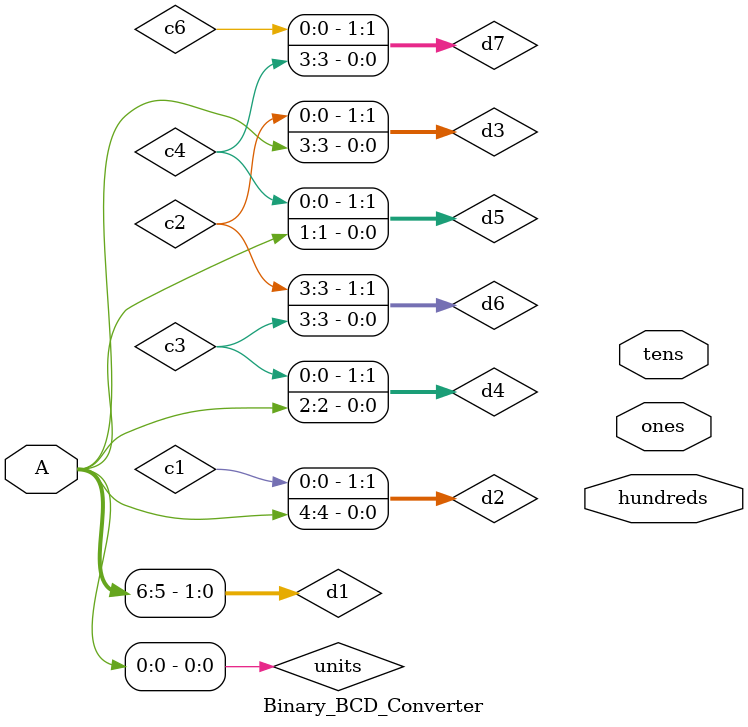
<source format=v>
`timescale 1ns / 1ps

module Binary_BCD_Converter(
    input [7:0] A,
    output [3:0] ones,
    output [3:0] tens,
    output [1:0] hundreds
    );
    
    wire [3:0] c1, c2, c3, c4, c5, c6, c7; // declaring the data lines coming out of each shift_add3_module
    wire [3:4] d1, d2, d3, d4, d5, d6, d7;
    
    // follow the block diagram
    // The inputs that are going into C1, C2...C7
    assign d1 = {1'b0, A[7:5]};
    assign d2 = {c1[2:0], A[4]};
    assign d3 = {c2[2:0], A[3]};
    assign d4 = {c3[2:0], A[2]};
    assign d5 = {c4[2:0], A[1]};    
    assign d6 = {1'b0,c1[3], c2[3], c3[3]};
    assign d7 = {c6[2:0], c4[3]};    
    
    // instantiate the shift_Add_Algorithm
    Shift_Add3_algorithm U0(d1,c1);
    Shift_Add3_algorithm U2(d2,c2);
    Shift_Add3_algorithm U3(d3,c3);
    Shift_Add3_algorithm U4(d4,c4);
    Shift_Add3_algorithm U5(d5,c5);
    Shift_Add3_algorithm U6(d6,c6);
    Shift_Add3_algorithm U7(d7,c7);
    
    assign units = {c5[2:0],A[0]}; // four bits that will make-up ones
    assign units = {c5[2:0],A[0]}; // four bits that will make-up tens
    assign units = {c5[2:0],A[0]}; // four bits that will make-up hundreds
    
    
endmodule

</source>
